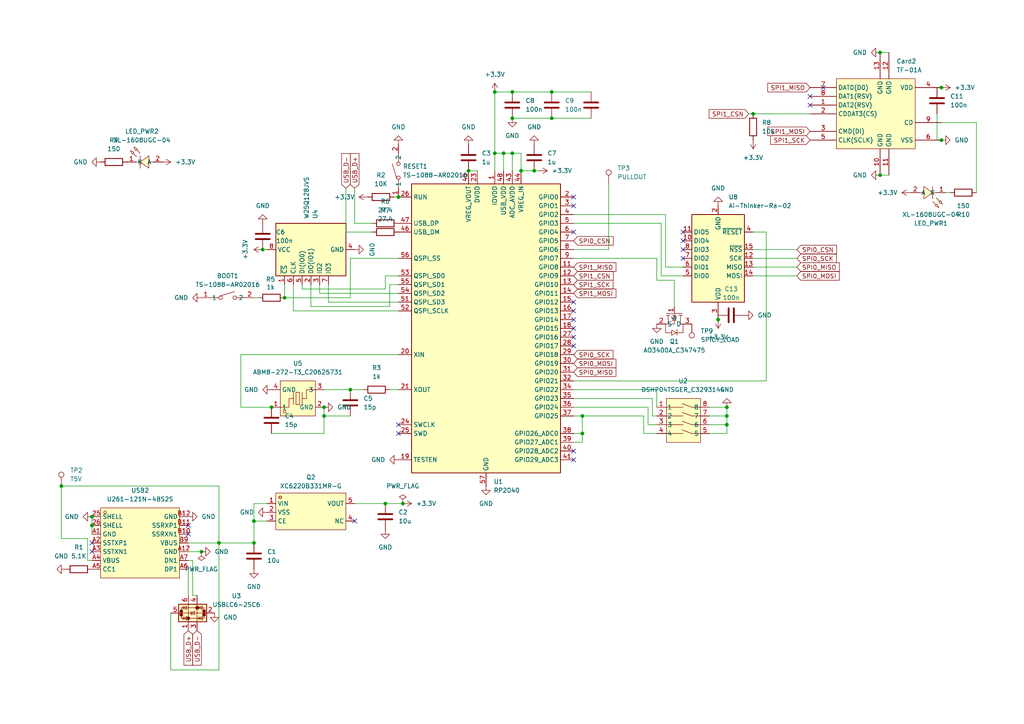
<source format=kicad_sch>
(kicad_sch (version 20231120) (generator "eeschema") (generator_version "8.0")
  (paper "A4")
  (title_block (title "scriptstick (previously called crackedbadusb)") (date "2025-11-05") (rev "1.0") (company "axell (axel, axpa@axell.me)") (comment 1 "R8 should not be placed unless issues are experienced with the SD card reader") (comment 2 "R10 can be removed if problems are experienced with the SD card reader"))
  (lib_symbols
    (symbol "Connector:TestPoint" (pin_numbers hide) (pin_names (offset 0.762) hide)
      (property "Reference" "TP" (at 0 6.858 0))
      (property "Value" "TestPoint" (at 0 5.08 0))
      (symbol "TestPoint_1_1"
        (pin passive line (at 0 0 90) (length 2.54) (name "1") (number "1"))
      )
    )
    (symbol "Device:C" (pin_numbers hide) (pin_names (offset 0.254))
      (property "Reference" "C" (at 0.635 2.54 0))
      (property "Value" "C" (at 0.635 -2.54 0))
      (symbol "C_1_1"
        (pin passive line (at 0 3.81 270) (length 2.794) (name "~") (number "1"))
        (pin passive line (at 0 -3.81 90) (length 2.794) (name "~") (number "2"))
      )
    )
    (symbol "Device:R" (pin_numbers hide) (pin_names (offset 0))
      (property "Reference" "R" (at 2.032 0 90))
      (property "Value" "R" (at 0 0 90))
      (symbol "R_1_1"
        (pin passive line (at 0 3.81 270) (length 1.27) (name "~") (number "1"))
        (pin passive line (at 0 -3.81 90) (length 1.27) (name "~") (number "2"))
      )
    )
    (symbol "MCU_RaspberryPi:RP2040"
      (property "Reference" "U" (at 17.78 45.72 0))
      (property "Value" "RP2040" (at 17.78 43.18 0))
      (symbol "RP2040_1_1"
        (pin power_in line (at 2.54 45.72 270) (length 3.81) (name "IOVDD") (number "1"))
        (pin passive line (at 2.54 45.72 270) (length 3.81) hide (name "IOVDD") (number "10"))
        (pin bidirectional line (at 25.4 17.78 180) (length 3.81) (name "GPIO8") (number "11"))
        (pin bidirectional line (at 25.4 15.24 180) (length 3.81) (name "GPIO9") (number "12"))
        (pin bidirectional line (at 25.4 12.7 180) (length 3.81) (name "GPIO10") (number "13"))
        (pin bidirectional line (at 25.4 10.16 180) (length 3.81) (name "GPIO11") (number "14"))
        (pin bidirectional line (at 25.4 7.62 180) (length 3.81) (name "GPIO12") (number "15"))
        (pin bidirectional line (at 25.4 5.08 180) (length 3.81) (name "GPIO13") (number "16"))
        (pin bidirectional line (at 25.4 2.54 180) (length 3.81) (name "GPIO14") (number "17"))
        (pin bidirectional line (at 25.4 0 180) (length 3.81) (name "GPIO15") (number "18"))
        (pin input line (at -25.4 -38.1 0) (length 3.81) (name "TESTEN") (number "19"))
        (pin bidirectional line (at 25.4 38.1 180) (length 3.81) (name "GPIO0") (number "2"))
        (pin input line (at -25.4 -7.62 0) (length 3.81) (name "XIN") (number "20"))
        (pin passive line (at -25.4 -17.78 0) (length 3.81) (name "XOUT") (number "21"))
        (pin passive line (at 2.54 45.72 270) (length 3.81) hide (name "IOVDD") (number "22"))
        (pin power_in line (at -2.54 45.72 270) (length 3.81) (name "DVDD") (number "23"))
        (pin input line (at -25.4 -27.94 0) (length 3.81) (name "SWCLK") (number "24"))
        (pin bidirectional line (at -25.4 -30.48 0) (length 3.81) (name "SWD") (number "25"))
        (pin input line (at -25.4 38.1 0) (length 3.81) (name "RUN") (number "26"))
        (pin bidirectional line (at 25.4 -2.54 180) (length 3.81) (name "GPIO16") (number "27"))
        (pin bidirectional line (at 25.4 -5.08 180) (length 3.81) (name "GPIO17") (number "28"))
        (pin bidirectional line (at 25.4 -7.62 180) (length 3.81) (name "GPIO18") (number "29"))
        (pin bidirectional line (at 25.4 35.56 180) (length 3.81) (name "GPIO1") (number "3"))
        (pin bidirectional line (at 25.4 -10.16 180) (length 3.81) (name "GPIO19") (number "30"))
        (pin bidirectional line (at 25.4 -12.7 180) (length 3.81) (name "GPIO20") (number "31"))
        (pin bidirectional line (at 25.4 -15.24 180) (length 3.81) (name "GPIO21") (number "32"))
        (pin passive line (at 2.54 45.72 270) (length 3.81) hide (name "IOVDD") (number "33"))
        (pin bidirectional line (at 25.4 -17.78 180) (length 3.81) (name "GPIO22") (number "34"))
        (pin bidirectional line (at 25.4 -20.32 180) (length 3.81) (name "GPIO23") (number "35"))
        (pin bidirectional line (at 25.4 -22.86 180) (length 3.81) (name "GPIO24") (number "36"))
        (pin bidirectional line (at 25.4 -25.4 180) (length 3.81) (name "GPIO25") (number "37"))
        (pin bidirectional line (at 25.4 -30.48 180) (length 3.81) (name "GPIO26_ADC0") (number "38"))
        (pin bidirectional line (at 25.4 -33.02 180) (length 3.81) (name "GPIO27_ADC1") (number "39"))
        (pin bidirectional line (at 25.4 33.02 180) (length 3.81) (name "GPIO2") (number "4"))
        (pin bidirectional line (at 25.4 -35.56 180) (length 3.81) (name "GPIO28_ADC2") (number "40"))
        (pin bidirectional line (at 25.4 -38.1 180) (length 3.81) (name "GPIO29_ADC3") (number "41"))
        (pin passive line (at 2.54 45.72 270) (length 3.81) hide (name "IOVDD") (number "42"))
        (pin power_in line (at 7.62 45.72 270) (length 3.81) (name "ADC_AVDD") (number "43"))
        (pin power_in line (at 10.16 45.72 270) (length 3.81) (name "VREG_IN") (number "44"))
        (pin power_out line (at -5.08 45.72 270) (length 3.81) (name "VREG_VOUT") (number "45"))
        (pin bidirectional line (at -25.4 27.94 0) (length 3.81) (name "USB_DM") (number "46"))
        (pin bidirectional line (at -25.4 30.48 0) (length 3.81) (name "USB_DP") (number "47"))
        (pin power_in line (at 5.08 45.72 270) (length 3.81) (name "USB_VDD") (number "48"))
        (pin passive line (at 2.54 45.72 270) (length 3.81) hide (name "IOVDD") (number "49"))
        (pin bidirectional line (at 25.4 30.48 180) (length 3.81) (name "GPIO3") (number "5"))
        (pin passive line (at -2.54 45.72 270) (length 3.81) hide (name "DVDD") (number "50"))
        (pin bidirectional line (at -25.4 7.62 0) (length 3.81) (name "QSPI_SD3") (number "51"))
        (pin output line (at -25.4 5.08 0) (length 3.81) (name "QSPI_SCLK") (number "52"))
        (pin bidirectional line (at -25.4 15.24 0) (length 3.81) (name "QSPI_SD0") (number "53"))
        (pin bidirectional line (at -25.4 10.16 0) (length 3.81) (name "QSPI_SD2") (number "54"))
        (pin bidirectional line (at -25.4 12.7 0) (length 3.81) (name "QSPI_SD1") (number "55"))
        (pin bidirectional line (at -25.4 20.32 0) (length 3.81) (name "QSPI_SS") (number "56"))
        (pin power_in line (at 0 -45.72 90) (length 3.81) (name "GND") (number "57"))
        (pin bidirectional line (at 25.4 27.94 180) (length 3.81) (name "GPIO4") (number "6"))
        (pin bidirectional line (at 25.4 25.4 180) (length 3.81) (name "GPIO5") (number "7"))
        (pin bidirectional line (at 25.4 22.86 180) (length 3.81) (name "GPIO6") (number "8"))
        (pin bidirectional line (at 25.4 20.32 180) (length 3.81) (name "GPIO7") (number "9"))
      )
    )
    (symbol "Memory_Flash:W25Q128JVS"
      (property "Reference" "U" (at -6.35 11.43 0))
      (property "Value" "W25Q128JVS" (at 7.62 11.43 0))
      (symbol "W25Q128JVS_1_1"
        (pin input line (at -10.16 7.62 0) (length 2.54) (name "~{CS}") (number "1"))
        (pin bidirectional line (at -10.16 0 0) (length 2.54) (name "DO(IO1)") (number "2"))
        (pin bidirectional line (at -10.16 -2.54 0) (length 2.54) (name "IO2") (number "3"))
        (pin power_in line (at 0 -12.7 90) (length 2.54) (name "GND") (number "4"))
        (pin bidirectional line (at -10.16 2.54 0) (length 2.54) (name "DI(IO0)") (number "5"))
        (pin input line (at -10.16 5.08 0) (length 2.54) (name "CLK") (number "6"))
        (pin bidirectional line (at -10.16 -5.08 0) (length 2.54) (name "IO3") (number "7"))
        (pin power_in line (at 0 12.7 270) (length 2.54) (name "VCC") (number "8"))
      )
    )
    (symbol "Power_Protection:USBLC6-2SC6" (pin_names hide)
      (property "Reference" "U" (at 0.635 5.715 0))
      (property "Value" "USBLC6-2SC6" (at 0.635 3.81 0))
      (symbol "USBLC6-2SC6_1_1"
        (pin passive line (at -5.08 0 0) (length 2.54) (name "I/O1") (number "1"))
        (pin passive line (at 0 -7.62 90) (length 2.54) (name "GND") (number "2"))
        (pin passive line (at -5.08 -2.54 0) (length 2.54) (name "I/O2") (number "3"))
        (pin passive line (at 5.08 -2.54 180) (length 2.54) (name "I/O2") (number "4"))
        (pin passive line (at 0 5.08 270) (length 2.54) (name "VBUS") (number "5"))
        (pin passive line (at 5.08 0 180) (length 2.54) (name "I/O1") (number "6"))
      )
    )
    (symbol "RF_Module:Ai-Thinker-Ra-02"
      (property "Reference" "U" (at 2.54 19.05 0))
      (property "Value" "Ai-Thinker-Ra-02" (at 13.97 -15.24 0))
      (symbol "Ai-Thinker-Ra-02_1_1"
        (pin passive line (at 0 -15.24 90) (length 2.54) hide (name "GND") (number "1"))
        (pin bidirectional line (at 10.16 -5.08 180) (length 2.54) (name "DIO4") (number "10"))
        (pin bidirectional line (at 10.16 -7.62 180) (length 2.54) (name "DIO5") (number "11"))
        (pin input line (at -10.16 0 0) (length 2.54) (name "SCK") (number "12"))
        (pin output line (at -10.16 2.54 0) (length 2.54) (name "MISO") (number "13"))
        (pin input line (at -10.16 5.08 0) (length 2.54) (name "MOSI") (number "14"))
        (pin input line (at -10.16 -2.54 0) (length 2.54) (name "~{NSS}") (number "15"))
        (pin passive line (at 0 -15.24 90) (length 2.54) hide (name "GND") (number "16"))
        (pin power_in line (at 0 -15.24 90) (length 2.54) (name "GND") (number "2"))
        (pin power_in line (at 0 17.78 270) (length 5.08) (name "VDD") (number "3"))
        (pin input line (at -10.16 -7.62 0) (length 2.54) (name "~{RESET}") (number "4"))
        (pin bidirectional line (at 10.16 5.08 180) (length 2.54) (name "DIO0") (number "5"))
        (pin bidirectional line (at 10.16 2.54 180) (length 2.54) (name "DIO1") (number "6"))
        (pin bidirectional line (at 10.16 0 180) (length 2.54) (name "DIO2") (number "7"))
        (pin bidirectional line (at 10.16 -2.54 180) (length 2.54) (name "DIO3") (number "8"))
        (pin passive line (at 0 -15.24 90) (length 2.54) hide (name "GND") (number "9"))
      )
    )
    (symbol "easyeda2kicad:ABM8-272-T3_C20625731"
      (property "Reference" "U" (at 0 7.62 0))
      (property "Value" "ABM8-272-T3_C20625731" (at 0 -7.62 0))
      (symbol "ABM8-272-T3_C20625731_0_1"
        (pin input line (at -7.62 -2.54 0) (length 2.54) (name "1") (number "1"))
        (pin input line (at 7.62 -2.54 180) (length 2.54) (name "GND") (number "2"))
        (pin input line (at 7.62 2.54 180) (length 2.54) (name "3") (number "3"))
        (pin input line (at -7.62 2.54 0) (length 2.54) (name "GND") (number "4"))
      )
    )
    (symbol "easyeda2kicad:AO3400A_C347475"
      (property "Reference" "Q" (at 0 10.16 0))
      (property "Value" "AO3400A_C347475" (at 0 -10.16 0))
      (symbol "AO3400A_C347475_0_1"
        (pin unspecified line (at -5.08 0 0) (length 2.032) (name "G") (number "1"))
        (pin unspecified line (at 0 -5.08 90) (length 2.54) (name "S") (number "2"))
        (pin unspecified line (at 0 5.08 270) (length 2.54) (name "D") (number "3"))
      )
    )
    (symbol "easyeda2kicad:DSHP04TSGER_C3293144"
      (property "Reference" "U" (at 0 10.16 0))
      (property "Value" "DSHP04TSGER_C3293144" (at 0 -7.62 0))
      (symbol "DSHP04TSGER_C3293144_0_1"
        (pin unspecified line (at -7.62 5.08 0) (length 2.54) (name "1") (number "1"))
        (pin unspecified line (at -7.62 2.54 0) (length 2.54) (name "2") (number "2"))
        (pin unspecified line (at -7.62 0 0) (length 2.54) (name "3") (number "3"))
        (pin unspecified line (at -7.62 -2.54 0) (length 2.54) (name "4") (number "4"))
        (pin unspecified line (at 7.62 -2.54 180) (length 2.54) (name "5") (number "5"))
        (pin unspecified line (at 7.62 0 180) (length 2.54) (name "6") (number "6"))
        (pin unspecified line (at 7.62 2.54 180) (length 2.54) (name "7") (number "7"))
        (pin unspecified line (at 7.62 5.08 180) (length 2.54) (name "8") (number "8"))
      )
    )
    (symbol "easyeda2kicad:TF-01A"
      (property "Reference" "Card" (at 0 22.86 0))
      (property "Value" "TF-01A" (at 0 -22.86 0))
      (symbol "TF-01A_0_1"
        (pin bidirectional line (at -19.05 2.54 0) (length 7.62) (name "DAT2(RSV)") (number "1"))
        (pin input line (at 1.27 -17.78 90) (length 7.62) (name "GND") (number "10"))
        (pin input line (at 3.81 -17.78 90) (length 7.62) (name "GND") (number "11"))
        (pin input line (at 3.81 17.78 270) (length 7.62) (name "GND") (number "12"))
        (pin input line (at 1.27 17.78 270) (length 7.62) (name "GND") (number "13"))
        (pin bidirectional line (at -19.05 0 0) (length 7.62) (name "CDDAT3(CS)") (number "2"))
        (pin input line (at -19.05 -5.08 0) (length 7.62) (name "CMD(DI)") (number "3"))
        (pin input line (at 19.05 7.62 180) (length 7.62) (name "VDD") (number "4"))
        (pin input line (at -19.05 -7.62 0) (length 7.62) (name "CLK(SCLK)") (number "5"))
        (pin input line (at 19.05 -7.62 180) (length 7.62) (name "VSS") (number "6"))
        (pin bidirectional line (at -19.05 7.62 0) (length 7.62) (name "DAT0(D0)") (number "7"))
        (pin bidirectional line (at -19.05 5.08 0) (length 7.62) (name "DAT1(RSV)") (number "8"))
        (pin input line (at 19.05 -2.54 180) (length 7.62) (name "CD") (number "9"))
      )
    )
    (symbol "easyeda2kicad:TS-1088-AR02016"
      (property "Reference" "SW" (at 0 5.08 0))
      (property "Value" "TS-1088-AR02016" (at 0 -5.08 0))
      (symbol "TS-1088-AR02016_0_1"
        (pin unspecified line (at -7.62 0 0) (length 2.54) (name "1") (number "1"))
        (pin unspecified line (at 7.62 0 180) (length 2.54) (name "2") (number "2"))
      )
    )
    (symbol "easyeda2kicad:U261-121N-4BS2S"
      (property "Reference" "USB" (at 0 12.7 0))
      (property "Value" "U261-121N-4BS2S" (at 0 -12.7 0))
      (symbol "U261-121N-4BS2S_0_1"
        (pin unspecified line (at -13.97 7.62 0) (length 2.54) (name "SHELL") (number "25"))
        (pin unspecified line (at -13.97 5.08 0) (length 2.54) (name "SHELL") (number "26"))
        (pin unspecified line (at -13.97 2.54 0) (length 2.54) (name "GND") (number "A1"))
        (pin unspecified line (at 13.97 -2.54 180) (length 2.54) (name "GND") (number "A12"))
        (pin unspecified line (at -13.97 0 0) (length 2.54) (name "SSTXP1") (number "A2"))
        (pin unspecified line (at -13.97 -2.54 0) (length 2.54) (name "SSTXN1") (number "A3"))
        (pin unspecified line (at -13.97 -5.08 0) (length 2.54) (name "VBUS") (number "A4"))
        (pin unspecified line (at -13.97 -7.62 0) (length 2.54) (name "CC1") (number "A5"))
        (pin unspecified line (at 13.97 -7.62 180) (length 2.54) (name "DP1") (number "A6"))
        (pin unspecified line (at 13.97 -5.08 180) (length 2.54) (name "DN1") (number "A7"))
        (pin unspecified line (at 13.97 2.54 180) (length 2.54) (name "SSRXN1") (number "B10"))
        (pin unspecified line (at 13.97 5.08 180) (length 2.54) (name "SSRXP1") (number "B11"))
        (pin unspecified line (at 13.97 7.62 180) (length 2.54) (name "GND") (number "B12"))
        (pin unspecified line (at 13.97 0 180) (length 2.54) (name "VBUS") (number "B9"))
      )
    )
    (symbol "easyeda2kicad:XC6220B331MR-G"
      (property "Reference" "Q" (at 0 7.62 0))
      (property "Value" "XC6220B331MR-G" (at 0 -7.62 0))
      (symbol "XC6220B331MR-G_0_1"
        (pin unspecified line (at -12.7 2.54 0) (length 2.54) (name "VIN") (number "1"))
        (pin unspecified line (at -12.7 0 0) (length 2.54) (name "VSS") (number "2"))
        (pin unspecified line (at -12.7 -2.54 0) (length 2.54) (name "CE") (number "3"))
        (pin unspecified line (at 12.7 -2.54 180) (length 2.54) (name "NC") (number "4"))
        (pin unspecified line (at 12.7 2.54 180) (length 2.54) (name "VOUT") (number "5"))
      )
    )
    (symbol "easyeda2kicad:XL-1608UGC-04"
      (property "Reference" "LED" (at 0 5.08 0))
      (property "Value" "XL-1608UGC-04" (at 0 -5.08 0))
      (symbol "XL-1608UGC-04_0_1"
        (pin unspecified line (at -5.08 0 0) (length 2.54) (name "K") (number "1"))
        (pin unspecified line (at 5.08 0 180) (length 2.54) (name "A") (number "2"))
      )
    )
    (symbol "power:+3.3V" (power) (pin_numbers hide) (pin_names (offset 0) hide)
      (property "Value" "+3.3V" (at 0 3.556 0))
      (symbol "+3.3V_1_1"
        (pin power_in line (at 0 0 90) (length 0) (name "~") (number "1"))
      )
    )
    (symbol "power:GND" (power) (pin_numbers hide) (pin_names (offset 0) hide)
      (property "Value" "GND" (at 0 -3.81 0))
      (symbol "GND_1_1"
        (pin power_in line (at 0 0 270) (length 0) (name "~") (number "1"))
      )
    )
    (symbol "power:PWR_FLAG" (power) (pin_numbers hide) (pin_names (offset 0) hide)
      (property "Value" "PWR_FLAG" (at 0 3.81 0))
      (symbol "PWR_FLAG_0_0"
        (pin power_out line (at 0 0 90) (length 0) (name "~") (number "1"))
      )
    )
  )
  (junction (at 208.28 92.71))
  (junction (at 116.84 146.05))
  (junction (at 210.82 123.19))
  (junction (at 160.02 34.29))
  (junction (at 146.05 44.45))
  (junction (at 148.59 34.29))
  (junction (at 63.5 157.48))
  (junction (at 135.89 49.53))
  (junction (at 101.6 113.03))
  (junction (at 82.55 86.36))
  (junction (at 17.78 140.97))
  (junction (at 148.59 26.67))
  (junction (at 78.74 118.11))
  (junction (at 168.91 120.65))
  (junction (at 160.02 26.67))
  (junction (at 93.98 120.65))
  (junction (at 154.94 49.53))
  (junction (at 143.51 44.45))
  (junction (at 26.67 149.86))
  (junction (at 143.51 26.67))
  (junction (at 111.76 146.05))
  (junction (at 115.57 57.15))
  (junction (at 273.05 25.4))
  (junction (at 255.27 15.24))
  (junction (at 210.82 120.65))
  (junction (at 58.42 160.02))
  (junction (at 168.91 125.73))
  (junction (at 210.82 118.11))
  (junction (at 218.44 33.02))
  (junction (at 73.66 151.13))
  (junction (at 148.59 44.45))
  (junction (at 73.66 157.48))
  (junction (at 93.98 118.11))
  (junction (at 273.05 40.64))
  (junction (at 76.2 72.39))
  (junction (at 151.13 49.53))
  (junction (at 255.27 50.8))
  (junction (at 26.67 152.4))
  (no_connect (at 26.67 157.48))
  (no_connect (at 166.37 130.81))
  (no_connect (at 166.37 92.71))
  (no_connect (at 115.57 125.73))
  (no_connect (at 234.95 27.94))
  (no_connect (at 26.67 160.02))
  (no_connect (at 238.76 25.4))
  (no_connect (at 234.95 30.48))
  (no_connect (at 198.12 67.31))
  (no_connect (at 166.37 87.63))
  (no_connect (at 166.37 133.35))
  (no_connect (at 166.37 67.31))
  (no_connect (at 166.37 57.15))
  (no_connect (at 166.37 90.17))
  (no_connect (at 198.12 72.39))
  (no_connect (at 166.37 59.69))
  (no_connect (at 166.37 95.25))
  (no_connect (at 198.12 69.85))
  (no_connect (at 198.12 74.93))
  (no_connect (at 166.37 97.79))
  (no_connect (at 115.57 123.19))
  (no_connect (at 54.61 152.4))
  (no_connect (at 166.37 100.33))
  (no_connect (at 102.87 151.13))
  (no_connect (at 54.61 154.94))
  (wire (pts (xy 116.84 146.05) (xy 111.76 146.05)))
  (wire (pts (xy 195.58 81.28) (xy 190.5 81.28)))
  (wire (pts (xy 113.03 88.9) (xy 90.17 88.9)))
  (wire (pts (xy 49.53 194.31) (xy 63.5 194.31)))
  (wire (pts (xy 26.67 162.56) (xy 25.4 162.56)))
  (wire (pts (xy 271.78 40.64) (xy 271.78 33.02)))
  (wire (pts (xy 191.77 64.77) (xy 191.77 80.01)))
  (wire (pts (xy 193.04 62.23) (xy 193.04 77.47)))
  (wire (pts (xy 160.02 26.67) (xy 171.45 26.67)))
  (wire (pts (xy 115.57 82.55) (xy 113.03 82.55)))
  (wire (pts (xy 166.37 64.77) (xy 191.77 64.77)))
  (wire (pts (xy 176.53 72.39) (xy 176.53 53.34)))
  (wire (pts (xy 17.78 140.97) (xy 63.5 140.97)))
  (wire (pts (xy 55.88 162.56) (xy 54.61 162.56)))
  (wire (pts (xy 205.74 123.19) (xy 210.82 123.19)))
  (wire (pts (xy 111.76 146.05) (xy 102.87 146.05)))
  (wire (pts (xy 283.21 35.56) (xy 283.21 55.88)))
  (wire (pts (xy 186.69 120.65) (xy 168.91 120.65)))
  (wire (pts (xy 73.66 151.13) (xy 73.66 157.48)))
  (wire (pts (xy 148.59 44.45) (xy 146.05 44.45)))
  (wire (pts (xy 191.77 80.01) (xy 198.12 80.01)))
  (wire (pts (xy 222.25 67.31) (xy 218.44 67.31)))
  (wire (pts (xy 143.51 44.45) (xy 143.51 49.53)))
  (wire (pts (xy 166.37 110.49) (xy 222.25 110.49)))
  (wire (pts (xy 101.6 74.93) (xy 115.57 74.93)))
  (wire (pts (xy 231.14 72.39) (xy 218.44 72.39)))
  (wire (pts (xy 69.85 102.87) (xy 115.57 102.87)))
  (wire (pts (xy 148.59 44.45) (xy 151.13 44.45)))
  (wire (pts (xy 85.09 82.55) (xy 85.09 90.17)))
  (wire (pts (xy 143.51 44.45) (xy 146.05 44.45)))
  (wire (pts (xy 190.5 113.03) (xy 166.37 113.03)))
  (wire (pts (xy 49.53 177.8) (xy 49.53 194.31)))
  (wire (pts (xy 205.74 118.11) (xy 210.82 118.11)))
  (wire (pts (xy 78.74 125.73) (xy 93.98 125.73)))
  (wire (pts (xy 168.91 128.27) (xy 168.91 125.73)))
  (wire (pts (xy 189.23 120.65) (xy 189.23 115.57)))
  (wire (pts (xy 73.66 146.05) (xy 73.66 151.13)))
  (wire (pts (xy 168.91 120.65) (xy 166.37 120.65)))
  (wire (pts (xy 222.25 110.49) (xy 222.25 67.31)))
  (wire (pts (xy 151.13 49.53) (xy 151.13 44.45)))
  (wire (pts (xy 92.71 85.09) (xy 92.71 82.55)))
  (wire (pts (xy 190.5 81.28) (xy 190.5 74.93)))
  (wire (pts (xy 205.74 125.73) (xy 210.82 125.73)))
  (wire (pts (xy 55.88 172.72) (xy 55.88 162.56)))
  (wire (pts (xy 101.6 113.03) (xy 105.41 113.03)))
  (wire (pts (xy 115.57 87.63) (xy 95.25 87.63)))
  (wire (pts (xy 90.17 88.9) (xy 90.17 82.55)))
  (wire (pts (xy 17.78 156.21) (xy 17.78 140.97)))
  (wire (pts (xy 190.5 125.73) (xy 186.69 125.73)))
  (wire (pts (xy 25.4 162.56) (xy 25.4 156.21)))
  (wire (pts (xy 82.55 82.55) (xy 82.55 86.36)))
  (wire (pts (xy 156.21 49.53) (xy 154.94 49.53)))
  (wire (pts (xy 73.66 151.13) (xy 77.47 151.13)))
  (wire (pts (xy 271.78 25.4) (xy 273.05 25.4)))
  (wire (pts (xy 208.28 91.44) (xy 208.28 92.71)))
  (wire (pts (xy 63.5 194.31) (xy 63.5 157.48)))
  (wire (pts (xy 102.87 54.61) (xy 102.87 64.77)))
  (wire (pts (xy 101.6 120.65) (xy 93.98 120.65)))
  (wire (pts (xy 143.51 26.67) (xy 143.51 44.45)))
  (wire (pts (xy 82.55 86.36) (xy 101.6 86.36)))
  (wire (pts (xy 283.21 35.56) (xy 273.05 35.56)))
  (wire (pts (xy 231.14 80.01) (xy 218.44 80.01)))
  (wire (pts (xy 87.63 83.82) (xy 111.76 83.82)))
  (wire (pts (xy 26.67 152.4) (xy 26.67 154.94)))
  (wire (pts (xy 190.5 120.65) (xy 189.23 120.65)))
  (wire (pts (xy 26.67 149.86) (xy 26.67 152.4)))
  (wire (pts (xy 95.25 87.63) (xy 95.25 82.55)))
  (wire (pts (xy 187.96 123.19) (xy 187.96 118.11)))
  (wire (pts (xy 195.58 88.9) (xy 195.58 81.28)))
  (wire (pts (xy 160.02 34.29) (xy 171.45 34.29)))
  (wire (pts (xy 210.82 118.11) (xy 210.82 120.65)))
  (wire (pts (xy 114.3 57.15) (xy 115.57 57.15)))
  (wire (pts (xy 54.61 157.48) (xy 63.5 157.48)))
  (wire (pts (xy 166.37 62.23) (xy 193.04 62.23)))
  (wire (pts (xy 143.51 26.67) (xy 148.59 26.67)))
  (wire (pts (xy 100.33 67.31) (xy 107.95 67.31)))
  (wire (pts (xy 166.37 128.27) (xy 168.91 128.27)))
  (wire (pts (xy 69.85 118.11) (xy 69.85 102.87)))
  (wire (pts (xy 148.59 26.67) (xy 160.02 26.67)))
  (wire (pts (xy 63.5 140.97) (xy 63.5 157.48)))
  (wire (pts (xy 93.98 120.65) (xy 93.98 118.11)))
  (wire (pts (xy 101.6 86.36) (xy 101.6 74.93)))
  (wire (pts (xy 193.04 77.47) (xy 198.12 77.47)))
  (wire (pts (xy 102.87 64.77) (xy 107.95 64.77)))
  (wire (pts (xy 273.05 40.64) (xy 271.78 40.64)))
  (wire (pts (xy 111.76 80.01) (xy 115.57 80.01)))
  (wire (pts (xy 231.14 77.47) (xy 218.44 77.47)))
  (wire (pts (xy 115.57 85.09) (xy 92.71 85.09)))
  (wire (pts (xy 217.17 33.02) (xy 218.44 33.02)))
  (wire (pts (xy 93.98 125.73) (xy 93.98 120.65)))
  (wire (pts (xy 210.82 120.65) (xy 210.82 123.19)))
  (wire (pts (xy 218.44 33.02) (xy 234.95 33.02)))
  (wire (pts (xy 189.23 115.57) (xy 166.37 115.57)))
  (wire (pts (xy 146.05 49.53) (xy 146.05 44.45)))
  (wire (pts (xy 187.96 118.11) (xy 166.37 118.11)))
  (wire (pts (xy 168.91 125.73) (xy 168.91 120.65)))
  (wire (pts (xy 54.61 165.1) (xy 54.61 172.72)))
  (wire (pts (xy 218.44 74.93) (xy 231.14 74.93)))
  (wire (pts (xy 58.42 160.02) (xy 54.61 160.02)))
  (wire (pts (xy 111.76 83.82) (xy 111.76 80.01)))
  (wire (pts (xy 166.37 125.73) (xy 168.91 125.73)))
  (wire (pts (xy 148.59 34.29) (xy 160.02 34.29)))
  (wire (pts (xy 73.66 86.36) (xy 74.93 86.36)))
  (wire (pts (xy 135.89 49.53) (xy 138.43 49.53)))
  (wire (pts (xy 100.33 54.61) (xy 100.33 67.31)))
  (wire (pts (xy 113.03 113.03) (xy 115.57 113.03)))
  (wire (pts (xy 78.74 118.11) (xy 69.85 118.11)))
  (wire (pts (xy 57.15 172.72) (xy 55.88 172.72)))
  (wire (pts (xy 205.74 120.65) (xy 210.82 120.65)))
  (wire (pts (xy 87.63 82.55) (xy 87.63 83.82)))
  (wire (pts (xy 148.59 49.53) (xy 148.59 44.45)))
  (wire (pts (xy 190.5 74.93) (xy 166.37 74.93)))
  (wire (pts (xy 151.13 49.53) (xy 154.94 49.53)))
  (wire (pts (xy 73.66 146.05) (xy 77.47 146.05)))
  (wire (pts (xy 25.4 156.21) (xy 17.78 156.21)))
  (wire (pts (xy 275.59 55.88) (xy 274.32 55.88)))
  (wire (pts (xy 190.5 123.19) (xy 187.96 123.19)))
  (wire (pts (xy 93.98 113.03) (xy 101.6 113.03)))
  (wire (pts (xy 255.27 50.8) (xy 257.81 50.8)))
  (wire (pts (xy 76.2 72.39) (xy 77.47 72.39)))
  (wire (pts (xy 190.5 118.11) (xy 190.5 113.03)))
  (wire (pts (xy 166.37 72.39) (xy 176.53 72.39)))
  (wire (pts (xy 85.09 90.17) (xy 115.57 90.17)))
  (wire (pts (xy 63.5 157.48) (xy 73.66 157.48)))
  (wire (pts (xy 186.69 125.73) (xy 186.69 120.65)))
  (wire (pts (xy 255.27 15.24) (xy 257.81 15.24)))
  (wire (pts (xy 113.03 82.55) (xy 113.03 88.9)))
  (wire (pts (xy 210.82 123.19) (xy 210.82 125.73)))
  (global_label "SPI0_CSN" (shape input) (at 166.37 69.85 0) (property "Intersheetrefs" "${INTERSHEET_REFS}" (effects (hide yes))))
  (global_label "USB_D+" (shape input) (at 54.61 182.88 270) (property "Intersheetrefs" "${INTERSHEET_REFS}" (effects (hide yes))))
  (global_label "SPI1_MISO" (shape input) (at 234.95 25.4 180) (property "Intersheetrefs" "${INTERSHEET_REFS}" (effects (hide yes))))
  (global_label "SPI1_MOSI" (shape input) (at 166.37 85.09 0) (property "Intersheetrefs" "${INTERSHEET_REFS}" (effects (hide yes))))
  (global_label "USB_D-" (shape input) (at 57.15 182.88 270) (property "Intersheetrefs" "${INTERSHEET_REFS}" (effects (hide yes))))
  (global_label "SPI1_MISO" (shape input) (at 166.37 77.47 0) (property "Intersheetrefs" "${INTERSHEET_REFS}" (effects (hide yes))))
  (global_label "SPI1_MOSI" (shape input) (at 234.95 38.1 180) (property "Intersheetrefs" "${INTERSHEET_REFS}" (effects (hide yes))))
  (global_label "SPI0_SCK" (shape input) (at 231.14 74.93 0) (property "Intersheetrefs" "${INTERSHEET_REFS}" (effects (hide yes))))
  (global_label "USB_D+" (shape input) (at 102.87 54.61 90) (property "Intersheetrefs" "${INTERSHEET_REFS}" (effects (hide yes))))
  (global_label "SPI0_MOSI" (shape input) (at 166.37 105.41 0) (property "Intersheetrefs" "${INTERSHEET_REFS}" (effects (hide yes))))
  (global_label "SPI1_CSN" (shape input) (at 166.37 80.01 0) (property "Intersheetrefs" "${INTERSHEET_REFS}" (effects (hide yes))))
  (global_label "SPI0_CSN" (shape input) (at 231.14 72.39 0) (property "Intersheetrefs" "${INTERSHEET_REFS}" (effects (hide yes))))
  (global_label "SPI0_MOSI" (shape input) (at 231.14 80.01 0) (property "Intersheetrefs" "${INTERSHEET_REFS}" (effects (hide yes))))
  (global_label "SPI0_SCK" (shape input) (at 166.37 102.87 0) (property "Intersheetrefs" "${INTERSHEET_REFS}" (effects (hide yes))))
  (global_label "SPI1_SCK" (shape input) (at 166.37 82.55 0) (property "Intersheetrefs" "${INTERSHEET_REFS}" (effects (hide yes))))
  (global_label "USB_D-" (shape input) (at 100.33 54.61 90) (property "Intersheetrefs" "${INTERSHEET_REFS}" (effects (hide yes))))
  (global_label "SPI1_SCK" (shape input) (at 234.95 40.64 180) (property "Intersheetrefs" "${INTERSHEET_REFS}" (effects (hide yes))))
  (global_label "SPI0_MISO" (shape input) (at 166.37 107.95 0) (property "Intersheetrefs" "${INTERSHEET_REFS}" (effects (hide yes))))
  (global_label "SPI1_CSN" (shape input) (at 217.17 33.02 180) (property "Intersheetrefs" "${INTERSHEET_REFS}" (effects (hide yes))))
  (global_label "SPI0_MISO" (shape input) (at 231.14 77.47 0) (property "Intersheetrefs" "${INTERSHEET_REFS}" (effects (hide yes))))
  (symbol (lib_id "power:GND") (at 140.97 140.97 0) (unit 1)
    (property "Reference" "#PWR02" (effects (hide yes)))
    (property "Value" "GND" (at 140.97 146.05 0))
    (property "Description" "Power symbol creates a global label with name \"GND\" , ground" (effects (hide yes)))
  )
  (symbol (lib_id "power:+3.3V") (at 106.68 57.15 90) (unit 1)
    (property "Reference" "#PWR014" (effects (hide yes)))
    (property "Value" "+3.3V" (at 102.87 57.1499 90) (effects (justify left)))
    (property "Description" "Power symbol creates a global label with name \"+3.3V\"" (effects (hide yes)))
  )
  (symbol (lib_id "Device:C") (at 78.74 121.92 0) (unit 1)
    (property "Reference" "C4" (at 82.55 120.6499 0) (effects (justify left)))
    (property "Value" "15p" (at 82.55 123.1899 0) (effects (justify left)))
    (property "Footprint" "Capacitor_SMD:C_0603_1608Metric" (effects (hide yes)))
    (property "Description" "Unpolarized capacitor" (effects (hide yes)))
  )
  (symbol (lib_id "easyeda2kicad:XL-1608UGC-04") (at 269.24 55.88 180) (unit 1)
    (property "Reference" "LED_PWR1" (at 270 64.77 0))
    (property "Value" "XL-1608UGC-04" (at 270 62.23 0))
    (property "Footprint" "easyeda2kicad:LED0603-RD_GREEN" (effects (hide yes)))
    (property "LCSC Part" "C965804" (effects (hide yes)))
  )
  (symbol (lib_id "Memory_Flash:W25Q128JVS") (at 90.17 72.39 90) (unit 1)
    (property "Reference" "U4" (at 91.4401 63.5 0) (effects (justify left)))
    (property "Value" "W25Q128JVS" (at 88.9001 63.5 0) (effects (justify left)))
    (property "Footprint" "Package_SO:SOIC-8_5.23x5.23mm_P1.27mm" (effects (hide yes)))
    (property "Datasheet" "https://www.winbond.com/resource-files/w25q128jv_dtr%20revc%2003272018%20plus.pdf" (effects (hide yes)))
    (property "Description" "128Mb Serial Flash Memory, Standard/Dual/Quad SPI, SOIC-8" (effects (hide yes)))
  )
  (symbol (lib_id "Device:R") (at 111.76 67.31 90) (unit 1)
    (property "Reference" "R7" (at 111.76 60.96 90))
    (property "Value" "27.4" (at 111.76 63.5 90))
    (property "Footprint" "Resistor_SMD:R_0603_1608Metric" (effects (hide yes)))
    (property "Description" "Resistor" (effects (hide yes)))
  )
  (symbol (lib_id "power:GND") (at 93.98 118.11 90) (unit 1)
    (property "Reference" "#PWR021" (effects (hide yes)))
    (property "Value" "GND" (at 97.79 118.1099 90) (effects (justify right)))
    (property "Description" "Power symbol creates a global label with name \"GND\" , ground" (effects (hide yes)))
  )
  (symbol (lib_id "power:GND") (at 190.5 93.98 0) (unit 1)
    (property "Reference" "#PWR033" (effects (hide yes)))
    (property "Value" "GND" (at 190.5 99.06 0))
    (property "Description" "Power symbol creates a global label with name \"GND\" , ground" (effects (hide yes)))
  )
  (symbol (lib_id "Connector:TestPoint") (at 176.53 53.34 0) (unit 1)
    (property "Reference" "TP3" (at 179.07 48.7679 0) (effects (justify left)))
    (property "Value" "PULLOUT" (at 179.07 51.3079 0) (effects (justify left)))
    (property "Footprint" "TestPoint:TestPoint_Pad_D2.5mm" (effects (hide yes)))
    (property "Description" "test point" (effects (hide yes)))
  )
  (symbol (lib_id "easyeda2kicad:TF-01A") (at 254 33.02 0) (unit 1)
    (property "Reference" "Card2" (at 260.0041 17.78 0) (effects (justify left)))
    (property "Value" "TF-01A" (at 260.0041 20.32 0) (effects (justify left)))
    (property "Footprint" "easyeda2kicad:TF-SMD_TF-01A" (effects (hide yes)))
    (property "Datasheet" "https://lcsc.com/product-detail/Card-Sockets_TF-01A_C91145.html" (effects (hide yes)))
    (property "LCSC Part" "C91145" (effects (hide yes)))
  )
  (symbol (lib_id "power:GND") (at 58.42 160.02 90) (unit 1)
    (property "Reference" "#PWR04" (effects (hide yes)))
    (property "Value" "GND" (at 62.23 160.0199 90) (effects (justify right)))
    (property "Description" "Power symbol creates a global label with name \"GND\" , ground" (effects (hide yes)))
  )
  (symbol (lib_id "power:+3.3V") (at 208.28 92.71 180) (unit 1)
    (property "Reference" "#PWR029" (effects (hide yes)))
    (property "Value" "+3.3V" (at 208.28 97.79 0))
    (property "Description" "Power symbol creates a global label with name \"+3.3V\"" (effects (hide yes)))
  )
  (symbol (lib_id "power:GND") (at 115.57 41.91 180) (unit 1)
    (property "Reference" "#PWR013" (effects (hide yes)))
    (property "Value" "GND" (at 115.57 36.83 0))
    (property "Description" "Power symbol creates a global label with name \"GND\" , ground" (effects (hide yes)))
  )
  (symbol (lib_id "power:GND") (at 76.2 64.77 180) (unit 1)
    (property "Reference" "#PWR024" (effects (hide yes)))
    (property "Value" "GND" (at 76.2 59.69 0))
    (property "Description" "Power symbol creates a global label with name \"GND\" , ground" (effects (hide yes)))
  )
  (symbol (lib_id "power:+3.3V") (at 143.51 26.67 0) (unit 1)
    (property "Reference" "#PWR018" (effects (hide yes)))
    (property "Value" "+3.3V" (at 143.51 21.59 0))
    (property "Description" "Power symbol creates a global label with name \"+3.3V\"" (effects (hide yes)))
  )
  (symbol (lib_id "easyeda2kicad:AO3400A_C347475") (at 195.58 93.98 270) (unit 1)
    (property "Reference" "Q1" (at 195.58 99.06 90))
    (property "Value" "AO3400A_C347475" (at 195.58 101.6 90))
    (property "Footprint" "easyeda2kicad:SOT-23-3_L2.9-W1.3-P1.90-LS2.4-BR" (effects (hide yes)))
    (property "Datasheet" "https://lcsc.com/product-detail/Others_Youtai-Semiconductor-Co-Ltd-AO3400A-5-8A_C347475.html" (effects (hide yes)))
    (property "LCSC Part" "C347475" (effects (hide yes)))
  )
  (symbol (lib_id "power:GND") (at 115.57 133.35 270) (unit 1)
    (property "Reference" "#PWR01" (effects (hide yes)))
    (property "Value" "GND" (at 111.76 133.3499 90) (effects (justify right)))
    (property "Description" "Power symbol creates a global label with name \"GND\" , ground" (effects (hide yes)))
  )
  (symbol (lib_id "easyeda2kicad:ABM8-272-T3_C20625731") (at 86.36 115.57 0) (unit 1)
    (property "Reference" "U5" (at 86.36 105.41 0))
    (property "Value" "ABM8-272-T3_C20625731" (at 86.36 107.95 0))
    (property "Footprint" "easyeda2kicad:CRYSTAL-SMD_4P-L3.2-W2.5-BL" (effects (hide yes)))
    (property "LCSC Part" "C20625731" (effects (hide yes)))
  )
  (symbol (lib_id "Device:C") (at 160.02 30.48 0) (unit 1)
    (property "Reference" "C9" (at 163.83 29.2099 0) (effects (justify left)))
    (property "Value" "100n" (at 163.83 31.7499 0) (effects (justify left)))
    (property "Footprint" "Capacitor_SMD:C_0603_1608Metric" (effects (hide yes)))
    (property "Description" "Unpolarized capacitor" (effects (hide yes)))
  )
  (symbol (lib_id "Device:R") (at 78.74 86.36 90) (unit 1)
    (property "Reference" "R5" (at 78.486 81.026 90))
    (property "Value" "1k" (at 78.486 83.312 90))
    (property "Footprint" "Resistor_SMD:R_0603_1608Metric" (effects (hide yes)))
    (property "Description" "Resistor" (effects (hide yes)))
  )
  (symbol (lib_id "power:GND") (at 73.66 165.1 0) (unit 1)
    (property "Reference" "#PWR015" (effects (hide yes)))
    (property "Value" "GND" (at 73.66 170.18 0))
    (property "Description" "Power symbol creates a global label with name \"GND\" , ground" (effects (hide yes)))
  )
  (symbol (lib_id "power:GND") (at 255.27 50.8 270) (unit 1)
    (property "Reference" "#PWR035" (effects (hide yes)))
    (property "Value" "GND" (at 251.46 50.7999 90) (effects (justify right)))
    (property "Description" "Power symbol creates a global label with name \"GND\" , ground" (effects (hide yes)))
  )
  (symbol (lib_id "power:GND") (at 54.61 149.86 90) (unit 1)
    (property "Reference" "#PWR010" (effects (hide yes)))
    (property "Value" "GND" (at 58.42 149.8599 90) (effects (justify right)))
    (property "Description" "Power symbol creates a global label with name \"GND\" , ground" (effects (hide yes)))
  )
  (symbol (lib_id "power:GND") (at 102.87 72.39 90) (unit 1)
    (property "Reference" "#PWR020" (effects (hide yes)))
    (property "Value" "GND" (at 107.95 72.39 0))
    (property "Description" "Power symbol creates a global label with name \"GND\" , ground" (effects (hide yes)))
  )
  (symbol (lib_id "Device:R") (at 218.44 36.83 0) (unit 1)
    (property "Reference" "R8" (at 220.98 35.5599 0) (effects (justify left)))
    (property "Value" "10k" (at 220.98 38.0999 0) (effects (justify left)))
    (property "Footprint" "Resistor_SMD:R_0603_1608Metric" (effects (hide yes)))
    (property "Description" "Resistor" (effects (hide yes)))
  )
  (symbol (lib_id "power:+3.3V") (at 156.21 49.53 270) (unit 1)
    (property "Reference" "#PWR017" (effects (hide yes)))
    (property "Value" "+3.3V" (at 160.02 49.5299 90) (effects (justify left)))
    (property "Description" "Power symbol creates a global label with name \"+3.3V\"" (effects (hide yes)))
  )
  (symbol (lib_id "MCU_RaspberryPi:RP2040") (at 140.97 95.25 0) (unit 1)
    (property "Reference" "U1" (at 143.1641 139.7 0) (effects (justify left)))
    (property "Value" "RP2040" (at 143.1641 142.24 0) (effects (justify left)))
    (property "Footprint" "Package_DFN_QFN:QFN-56-1EP_7x7mm_P0.4mm_EP3.2x3.2mm" (effects (hide yes)))
    (property "Datasheet" "https://datasheets.raspberrypi.com/rp2040/rp2040-datasheet.pdf" (effects (hide yes)))
    (property "Description" "A microcontroller by Raspberry Pi" (effects (hide yes)))
  )
  (symbol (lib_id "Device:C") (at 135.89 45.72 0) (unit 1)
    (property "Reference" "C3" (at 139.7 44.4499 0) (effects (justify left)))
    (property "Value" "1u" (at 139.7 46.9899 0) (effects (justify left)))
    (property "Footprint" "Capacitor_SMD:C_0603_1608Metric" (effects (hide yes)))
    (property "Description" "Unpolarized capacitor" (effects (hide yes)))
  )
  (symbol (lib_id "power:GND") (at 215.9 91.44 90) (unit 1)
    (property "Reference" "#PWR040" (effects (hide yes)))
    (property "Value" "GND" (at 219.71 91.4399 90) (effects (justify right)))
    (property "Description" "Power symbol creates a global label with name \"GND\" , ground" (effects (hide yes)))
  )
  (symbol (lib_id "power:+3.3V") (at 273.05 25.4 270) (unit 1)
    (property "Reference" "#PWR037" (effects (hide yes)))
    (property "Value" "+3.3V" (at 276.86 25.3999 90) (effects (justify left)))
    (property "Description" "Power symbol creates a global label with name \"+3.3V\"" (effects (hide yes)))
  )
  (symbol (lib_id "power:GND") (at 273.05 40.64 90) (unit 1)
    (property "Reference" "#PWR036" (effects (hide yes)))
    (property "Value" "GND" (at 276.86 40.6399 90) (effects (justify right)))
    (property "Description" "Power symbol creates a global label with name \"GND\" , ground" (effects (hide yes)))
  )
  (symbol (lib_id "easyeda2kicad:TS-1088-AR02016") (at 115.57 49.53 90) (unit 1)
    (property "Reference" "RESET1" (at 116.84 48.2599 90) (effects (justify right)))
    (property "Value" "TS-1088-AR02016" (at 116.84 50.7999 90) (effects (justify right)))
    (property "Footprint" "easyeda2kicad:SW-SMD_L3.9-W3.0-P4.45" (effects (hide yes)))
    (property "Datasheet" "https://lcsc.com/product-detail/Tactile-Switches_XUNPU-TS-1088-AR02016_C720477.html" (effects (hide yes)))
    (property "LCSC Part" "C720477" (effects (hide yes)))
  )
  (symbol (lib_id "power:GND") (at 26.67 149.86 270) (unit 1)
    (property "Reference" "#PWR011" (effects (hide yes)))
    (property "Value" "GND" (at 22.86 149.8599 90) (effects (justify right)))
    (property "Description" "Power symbol creates a global label with name \"GND\" , ground" (effects (hide yes)))
  )
  (symbol (lib_id "power:GND") (at 58.42 86.36 270) (unit 1)
    (property "Reference" "#PWR025" (effects (hide yes)))
    (property "Value" "GND" (at 54.61 86.3599 90) (effects (justify right)))
    (property "Description" "Power symbol creates a global label with name \"GND\" , ground" (effects (hide yes)))
  )
  (symbol (lib_id "power:GND") (at 111.76 153.67 0) (unit 1)
    (property "Reference" "#PWR08" (effects (hide yes)))
    (property "Value" "GND" (at 111.76 158.75 0))
    (property "Description" "Power symbol creates a global label with name \"GND\" , ground" (effects (hide yes)))
  )
  (symbol (lib_id "power:+3.3V") (at 264.16 55.88 90) (unit 1)
    (property "Reference" "#PWR044" (effects (hide yes)))
    (property "Value" "+3.3V" (at 260.35 55.8801 90) (effects (justify left)))
    (property "Description" "Power symbol creates a global label with name \"+3.3V\"" (effects (hide yes)))
  )
  (symbol (lib_id "Device:C") (at 271.78 29.21 0) (unit 1)
    (property "Reference" "C11" (at 275.59 27.9399 0) (effects (justify left)))
    (property "Value" "100n" (at 275.59 30.4799 0) (effects (justify left)))
    (property "Footprint" "Capacitor_SMD:C_0603_1608Metric" (effects (hide yes)))
    (property "Description" "Unpolarized capacitor" (effects (hide yes)))
  )
  (symbol (lib_id "Power_Protection:USBLC6-2SC6") (at 54.61 177.8 90) (unit 1)
    (property "Reference" "U3" (at 68.58 172.8468 90))
    (property "Value" "USBLC6-2SC6" (at 68.58 175.3868 90))
    (property "Footprint" "Package_TO_SOT_SMD:SOT-23-6" (effects (hide yes)))
    (property "Datasheet" "https://www.st.com/resource/en/datasheet/usblc6-2.pdf" (effects (hide yes)))
    (property "Description" "Very low capacitance ESD protection diode, 2 data-line, SOT-23-6" (effects (hide yes)))
  )
  (symbol (lib_id "power:PWR_FLAG") (at 116.84 146.05 0) (unit 1)
    (property "Reference" "#FLG01" (effects (hide yes)))
    (property "Value" "PWR_FLAG" (at 116.84 140.97 0))
    (property "Description" "Special symbol for telling ERC where power comes from" (effects (hide yes)))
  )
  (symbol (lib_id "power:GND") (at 255.27 15.24 270) (unit 1)
    (property "Reference" "#PWR034" (effects (hide yes)))
    (property "Value" "GND" (at 251.46 15.2399 90) (effects (justify right)))
    (property "Description" "Power symbol creates a global label with name \"GND\" , ground" (effects (hide yes)))
  )
  (symbol (lib_id "power:+3.3V") (at 46.99 46.99 270) (unit 1)
    (property "Reference" "#PWR041" (effects (hide yes)))
    (property "Value" "+3.3V" (at 50.8 46.9899 90) (effects (justify left)))
    (property "Description" "Power symbol creates a global label with name \"+3.3V\"" (effects (hide yes)))
  )
  (symbol (lib_id "power:GND") (at 135.89 41.91 180) (unit 1)
    (property "Reference" "#PWR016" (effects (hide yes)))
    (property "Value" "GND" (at 135.89 36.83 0))
    (property "Description" "Power symbol creates a global label with name \"GND\" , ground" (effects (hide yes)))
  )
  (symbol (lib_id "power:GND") (at 78.74 113.03 270) (unit 1)
    (property "Reference" "#PWR022" (effects (hide yes)))
    (property "Value" "GND" (at 74.93 113.0299 90) (effects (justify right)))
    (property "Description" "Power symbol creates a global label with name \"GND\" , ground" (effects (hide yes)))
  )
  (symbol (lib_id "Device:C") (at 76.2 68.58 0) (unit 1)
    (property "Reference" "C6" (at 80.01 67.3099 0) (effects (justify left)))
    (property "Value" "100n" (at 80.01 69.8499 0) (effects (justify left)))
    (property "Footprint" "Capacitor_SMD:C_0603_1608Metric" (effects (hide yes)))
    (property "Description" "Unpolarized capacitor" (effects (hide yes)))
  )
  (symbol (lib_id "power:GND") (at 29.21 46.99 270) (unit 1)
    (property "Reference" "#PWR042" (effects (hide yes)))
    (property "Value" "GND" (at 25.4 46.9899 90) (effects (justify right)))
    (property "Description" "Power symbol creates a global label with name \"GND\" , ground" (effects (hide yes)))
  )
  (symbol (lib_id "easyeda2kicad:TS-1088-AR02016") (at 66.04 86.36 0) (unit 1)
    (property "Reference" "BOOT1" (at 66.04 80.01 0))
    (property "Value" "TS-1088-AR02016" (at 66.04 82.55 0))
    (property "Footprint" "easyeda2kicad:SW-SMD_L3.9-W3.0-P4.45" (effects (hide yes)))
    (property "Datasheet" "https://lcsc.com/product-detail/Tactile-Switches_XUNPU-TS-1088-AR02016_C720477.html" (effects (hide yes)))
    (property "LCSC Part" "C720477" (effects (hide yes)))
  )
  (symbol (lib_id "power:GND") (at 210.82 118.11 180) (unit 1)
    (property "Reference" "#PWR027" (effects (hide yes)))
    (property "Value" "GND" (at 210.82 113.03 0))
    (property "Description" "Power symbol creates a global label with name \"GND\" , ground" (effects (hide yes)))
  )
  (symbol (lib_id "Device:R") (at 279.4 55.88 270) (unit 1)
    (property "Reference" "R10" (at 279.4 62.23 90))
    (property "Value" "150" (at 279.4 59.69 90))
    (property "Footprint" "Resistor_SMD:R_0603_1608Metric" (effects (hide yes)))
    (property "Description" "Resistor" (effects (hide yes)))
  )
  (symbol (lib_id "power:PWR_FLAG") (at 58.42 160.02 180) (unit 1)
    (property "Reference" "#FLG02" (effects (hide yes)))
    (property "Value" "PWR_FLAG" (at 58.42 165.1 0))
    (property "Description" "Special symbol for telling ERC where power comes from" (effects (hide yes)))
  )
  (symbol (lib_id "Device:C") (at 171.45 30.48 0) (unit 1)
    (property "Reference" "C10" (effects (hide yes)))
    (property "Value" "100n" (effects (hide yes)))
    (property "Footprint" "Capacitor_SMD:C_0603_1608Metric" (effects (hide yes)))
    (property "Description" "Unpolarized capacitor" (effects (hide yes)))
  )
  (symbol (lib_id "power:GND") (at 154.94 41.91 180) (unit 1)
    (property "Reference" "#PWR026" (effects (hide yes)))
    (property "Value" "GND" (at 154.94 36.83 0))
    (property "Description" "Power symbol creates a global label with name \"GND\" , ground" (effects (hide yes)))
  )
  (symbol (lib_id "Device:R") (at 111.76 64.77 90) (unit 1)
    (property "Reference" "R6" (at 111.76 58.42 90))
    (property "Value" "27.4" (at 111.76 60.96 90))
    (property "Footprint" "Resistor_SMD:R_0603_1608Metric" (effects (hide yes)))
    (property "Description" "Resistor" (effects (hide yes)))
  )
  (symbol (lib_id "power:GND") (at 19.05 165.1 270) (unit 1)
    (property "Reference" "#PWR03" (effects (hide yes)))
    (property "Value" "GND" (at 17.78 161.29 90))
    (property "Description" "Power symbol creates a global label with name \"GND\" , ground" (effects (hide yes)))
  )
  (symbol (lib_id "Device:R") (at 110.49 57.15 90) (unit 1)
    (property "Reference" "R2" (at 110.49 50.8 90))
    (property "Value" "10K" (at 110.49 53.34 90))
    (property "Footprint" "Resistor_SMD:R_0603_1608Metric" (effects (hide yes)))
    (property "Description" "Resistor" (effects (hide yes)))
  )
  (symbol (lib_id "Device:C") (at 101.6 116.84 0) (unit 1)
    (property "Reference" "C5" (at 105.41 115.5699 0) (effects (justify left)))
    (property "Value" "15p" (at 105.41 118.1099 0) (effects (justify left)))
    (property "Footprint" "Capacitor_SMD:C_0603_1608Metric" (effects (hide yes)))
    (property "Description" "Unpolarized capacitor" (effects (hide yes)))
  )
  (symbol (lib_id "Device:C") (at 111.76 149.86 0) (unit 1)
    (property "Reference" "C2" (at 115.57 148.5899 0) (effects (justify left)))
    (property "Value" "10u" (at 115.57 151.1299 0) (effects (justify left)))
    (property "Footprint" "Capacitor_SMD:C_0603_1608Metric" (effects (hide yes)))
    (property "Description" "Unpolarized capacitor" (effects (hide yes)))
  )
  (symbol (lib_id "power:GND") (at 77.47 148.59 270) (unit 1)
    (property "Reference" "#PWR05" (effects (hide yes)))
    (property "Value" "GND" (at 73.66 148.5899 90) (effects (justify right)))
    (property "Description" "Power symbol creates a global label with name \"GND\" , ground" (effects (hide yes)))
  )
  (symbol (lib_id "Connector:TestPoint") (at 200.66 93.98 180) (unit 1)
    (property "Reference" "TP9" (at 203.2 96.0119 0) (effects (justify right)))
    (property "Value" "SPICY_LOAD" (at 203.2 98.5519 0) (effects (justify right)))
    (property "Footprint" "TestPoint:TestPoint_Pad_D2.5mm" (effects (hide yes)))
    (property "Description" "test point" (effects (hide yes)))
  )
  (symbol (lib_id "power:+3.3V") (at 116.84 146.05 270) (unit 1)
    (property "Reference" "#PWR06" (effects (hide yes)))
    (property "Value" "+3.3V" (at 120.65 146.0499 90) (effects (justify left)))
    (property "Description" "Power symbol creates a global label with name \"+3.3V\"" (effects (hide yes)))
  )
  (symbol (lib_id "Device:C") (at 148.59 30.48 0) (unit 1)
    (property "Reference" "C8" (at 152.4 29.2099 0) (effects (justify left)))
    (property "Value" "100n" (at 152.4 31.7499 0) (effects (justify left)))
    (property "Footprint" "Capacitor_SMD:C_0603_1608Metric" (effects (hide yes)))
    (property "Description" "Unpolarized capacitor" (effects (hide yes)))
  )
  (symbol (lib_id "power:GND") (at 148.59 34.29 0) (unit 1)
    (property "Reference" "#PWR019" (effects (hide yes)))
    (property "Value" "GND" (at 148.59 39.37 0))
    (property "Description" "Power symbol creates a global label with name \"GND\" , ground" (effects (hide yes)))
  )
  (symbol (lib_id "easyeda2kicad:U261-121N-4BS2S") (at 40.64 157.48 0) (unit 1)
    (property "Reference" "USB2" (at 40.64 142.24 0))
    (property "Value" "U261-121N-4BS2S" (at 40.64 144.78 0))
    (property "Footprint" "easyeda2kicad:USB-C-SMD_U261-121N-4BS2S" (effects (hide yes)))
    (property "LCSC Part" "C2879827" (effects (hide yes)))
  )
  (symbol (lib_id "Device:C") (at 73.66 161.29 0) (unit 1)
    (property "Reference" "C1" (at 77.47 160.0199 0) (effects (justify left)))
    (property "Value" "10u" (at 77.47 162.5599 0) (effects (justify left)))
    (property "Footprint" "Capacitor_SMD:C_0603_1608Metric" (effects (hide yes)))
    (property "Description" "Unpolarized capacitor" (effects (hide yes)))
  )
  (symbol (lib_id "Device:R") (at 22.86 165.1 90) (unit 1)
    (property "Reference" "R1" (at 22.86 158.75 90))
    (property "Value" "5.1K" (at 22.86 161.29 90))
    (property "Footprint" "Resistor_SMD:R_0603_1608Metric" (effects (hide yes)))
    (property "Description" "Resistor" (effects (hide yes)))
  )
  (symbol (lib_id "Device:C") (at 212.09 91.44 90) (unit 1)
    (property "Reference" "C13" (at 212.09 83.82 90))
    (property "Value" "100n" (at 212.09 86.36 90))
    (property "Footprint" "Capacitor_SMD:C_0603_1608Metric" (effects (hide yes)))
    (property "Description" "Unpolarized capacitor" (effects (hide yes)))
  )
  (symbol (lib_id "RF_Module:Ai-Thinker-Ra-02") (at 208.28 74.93 180) (unit 1)
    (property "Reference" "U8" (at 211.2965 57.15 0) (effects (justify right)))
    (property "Value" "Ai-Thinker-Ra-02" (at 211.2965 59.69 0) (effects (justify right)))
    (property "Footprint" "RF_Module:Ai-Thinker-Ra-01-LoRa" (effects (hide yes)))
    (property "Datasheet" "http://wiki.ai-thinker.com/_media/lora/docs/c048ps01a1_ra-02_product_specification_v1.1.pdf" (effects (hide yes)))
    (property "Description" "Ai-Thinker Ra-02 410-525 MHz LoRa Module, SPI interface, U.FL antenna connector" (effects (hide yes)))
  )
  (symbol (lib_id "Connector:TestPoint") (at 17.78 140.97 0) (unit 1)
    (property "Reference" "TP2" (at 20.32 136.3979 0) (effects (justify left)))
    (property "Value" "T5V" (at 20.32 138.9379 0) (effects (justify left)))
    (property "Footprint" "TestPoint:TestPoint_Pad_D2.0mm" (effects (hide yes)))
    (property "Description" "test point" (effects (hide yes)))
  )
  (symbol (lib_id "easyeda2kicad:XL-1608UGC-04") (at 41.91 46.99 0) (unit 1)
    (property "Reference" "LED_PWR2" (at 41.15 38.1 0))
    (property "Value" "XL-1608UGC-04" (at 41.15 40.64 0))
    (property "Footprint" "easyeda2kicad:LED0603-RD_GREEN" (effects (hide yes)))
    (property "LCSC Part" "C965804" (effects (hide yes)))
  )
  (symbol (lib_id "power:+3.3V") (at 76.2 72.39 90) (unit 1)
    (property "Reference" "#PWR023" (effects (hide yes)))
    (property "Value" "+3.3V" (at 71.12 72.39 0))
    (property "Description" "Power symbol creates a global label with name \"+3.3V\"" (effects (hide yes)))
  )
  (symbol (lib_id "power:+3.3V") (at 218.44 40.64 180) (unit 1)
    (property "Reference" "#PWR038" (effects (hide yes)))
    (property "Value" "+3.3V" (at 218.44 45.72 0))
    (property "Description" "Power symbol creates a global label with name \"+3.3V\"" (effects (hide yes)))
  )
  (symbol (lib_id "easyeda2kicad:DSHP04TSGER_C3293144") (at 198.12 123.19 0) (unit 1)
    (property "Reference" "U2" (at 198.12 110.49 0))
    (property "Value" "DSHP04TSGER_C3293144" (at 198.12 113.03 0))
    (property "Footprint" "easyeda2kicad:SW-SMD_8P-L6.7-W5.4-P1.27-LS8.4" (effects (hide yes)))
    (property "LCSC Part" "C3293144" (effects (hide yes)))
  )
  (symbol (lib_id "Device:C") (at 154.94 45.72 0) (unit 1)
    (property "Reference" "C7" (at 158.75 44.4499 0) (effects (justify left)))
    (property "Value" "1u" (at 158.75 46.9899 0) (effects (justify left)))
    (property "Footprint" "Capacitor_SMD:C_0603_1608Metric" (effects (hide yes)))
    (property "Description" "Unpolarized capacitor" (effects (hide yes)))
  )
  (symbol (lib_id "power:GND") (at 208.28 59.69 180) (unit 1)
    (property "Reference" "#PWR028" (effects (hide yes)))
    (property "Value" "GND" (at 208.28 54.61 0))
    (property "Description" "Power symbol creates a global label with name \"GND\" , ground" (effects (hide yes)))
  )
  (symbol (lib_id "easyeda2kicad:XC6220B331MR-G") (at 90.17 148.59 0) (unit 1)
    (property "Reference" "Q2" (at 90.17 138.43 0))
    (property "Value" "XC6220B331MR-G" (at 90.17 140.97 0))
    (property "Footprint" "easyeda2kicad:SOT-25_L3.0-W1.6-P0.95-LS2.8-TL" (effects (hide yes)))
    (property "Datasheet" "https://lcsc.com/product-detail/Low-Dropout-Regulators-LDO_XC6220B331MR-G_C86534.html" (effects (hide yes)))
    (property "LCSC Part" "C86534" (effects (hide yes)))
  )
  (symbol (lib_id "power:GND") (at 62.23 177.8 0) (unit 1)
    (property "Reference" "#PWR07" (effects (hide yes)))
    (property "Value" "GND" (at 64.77 179.0699 0) (effects (justify left)))
    (property "Description" "Power symbol creates a global label with name \"GND\" , ground" (effects (hide yes)))
  )
  (symbol (lib_id "Device:R") (at 109.22 113.03 90) (unit 1)
    (property "Reference" "R3" (at 109.22 106.68 90))
    (property "Value" "1k" (at 109.22 109.22 90))
    (property "Footprint" "Resistor_SMD:R_0603_1608Metric" (effects (hide yes)))
    (property "Description" "Resistor" (effects (hide yes)))
  )
  (symbol (lib_id "Device:R") (at 33.02 46.99 90) (unit 1)
    (property "Reference" "R9" (at 33.02 40.64 90))
    (property "Value" "150" (at 33.02 43.18 90))
    (property "Footprint" "Resistor_SMD:R_0603_1608Metric" (effects (hide yes)))
    (property "Description" "Resistor" (effects (hide yes)))
  )
)
</source>
